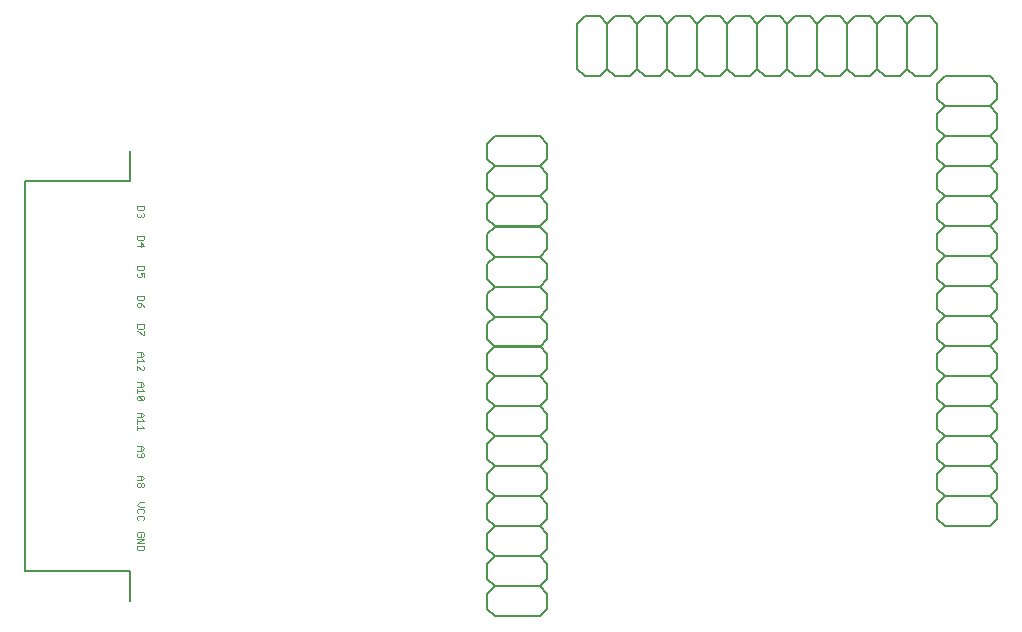
<source format=gbr>
G04 EAGLE Gerber RS-274X export*
G75*
%MOMM*%
%FSLAX34Y34*%
%LPD*%
%INSilkscreen Top*%
%IPPOS*%
%AMOC8*
5,1,8,0,0,1.08239X$1,22.5*%
G01*
%ADD10C,0.050800*%
%ADD11C,0.127000*%
%ADD12C,0.152400*%


D10*
X102197Y105303D02*
X103129Y106235D01*
X103129Y108100D01*
X102197Y109032D01*
X98468Y109032D01*
X97536Y108100D01*
X97536Y106235D01*
X98468Y105303D01*
X100332Y105303D01*
X100332Y107167D01*
X97536Y103419D02*
X103129Y103419D01*
X97536Y99690D01*
X103129Y99690D01*
X103129Y97805D02*
X97536Y97805D01*
X97536Y95009D01*
X98468Y94077D01*
X102197Y94077D01*
X103129Y95009D01*
X103129Y97805D01*
X103129Y134279D02*
X99400Y134279D01*
X97536Y132414D01*
X99400Y130550D01*
X103129Y130550D01*
X103129Y125869D02*
X102197Y124937D01*
X103129Y125869D02*
X103129Y127734D01*
X102197Y128666D01*
X98468Y128666D01*
X97536Y127734D01*
X97536Y125869D01*
X98468Y124937D01*
X103129Y120256D02*
X102197Y119324D01*
X103129Y120256D02*
X103129Y122120D01*
X102197Y123053D01*
X98468Y123053D01*
X97536Y122120D01*
X97536Y120256D01*
X98468Y119324D01*
X97536Y156755D02*
X101265Y156755D01*
X103129Y154891D01*
X101265Y153027D01*
X97536Y153027D01*
X100332Y153027D02*
X100332Y156755D01*
X102197Y151142D02*
X103129Y150210D01*
X103129Y148346D01*
X102197Y147414D01*
X101265Y147414D01*
X100332Y148346D01*
X99400Y147414D01*
X98468Y147414D01*
X97536Y148346D01*
X97536Y150210D01*
X98468Y151142D01*
X99400Y151142D01*
X100332Y150210D01*
X101265Y151142D01*
X102197Y151142D01*
X100332Y150210D02*
X100332Y148346D01*
X101265Y181870D02*
X97536Y181870D01*
X101265Y181870D02*
X103129Y180006D01*
X101265Y178142D01*
X97536Y178142D01*
X100332Y178142D02*
X100332Y181870D01*
X98468Y176257D02*
X97536Y175325D01*
X97536Y173461D01*
X98468Y172529D01*
X102197Y172529D01*
X103129Y173461D01*
X103129Y175325D01*
X102197Y176257D01*
X101265Y176257D01*
X100332Y175325D01*
X100332Y172529D01*
X101265Y210370D02*
X97536Y210370D01*
X101265Y210370D02*
X103129Y208506D01*
X101265Y206642D01*
X97536Y206642D01*
X100332Y206642D02*
X100332Y210370D01*
X101265Y204757D02*
X103129Y202893D01*
X97536Y202893D01*
X97536Y204757D02*
X97536Y201028D01*
X101265Y199144D02*
X103129Y197280D01*
X97536Y197280D01*
X97536Y199144D02*
X97536Y195415D01*
X97536Y235953D02*
X101265Y235953D01*
X103129Y234088D01*
X101265Y232224D01*
X97536Y232224D01*
X100332Y232224D02*
X100332Y235953D01*
X101265Y230339D02*
X103129Y228475D01*
X97536Y228475D01*
X97536Y230339D02*
X97536Y226611D01*
X98468Y224726D02*
X102197Y224726D01*
X103129Y223794D01*
X103129Y221930D01*
X102197Y220998D01*
X98468Y220998D01*
X97536Y221930D01*
X97536Y223794D01*
X98468Y224726D01*
X102197Y220998D01*
X101265Y261353D02*
X97536Y261353D01*
X101265Y261353D02*
X103129Y259488D01*
X101265Y257624D01*
X97536Y257624D01*
X100332Y257624D02*
X100332Y261353D01*
X101265Y255739D02*
X103129Y253875D01*
X97536Y253875D01*
X97536Y255739D02*
X97536Y252011D01*
X97536Y250126D02*
X97536Y246398D01*
X97536Y250126D02*
X101265Y246398D01*
X102197Y246398D01*
X103129Y247330D01*
X103129Y249194D01*
X102197Y250126D01*
X103129Y285162D02*
X97536Y285162D01*
X97536Y282366D01*
X98468Y281434D01*
X102197Y281434D01*
X103129Y282366D01*
X103129Y285162D01*
X103129Y279549D02*
X103129Y275821D01*
X102197Y275821D01*
X98468Y279549D01*
X97536Y279549D01*
X97536Y309163D02*
X103129Y309163D01*
X97536Y309163D02*
X97536Y306367D01*
X98468Y305435D01*
X102197Y305435D01*
X103129Y306367D01*
X103129Y309163D01*
X102197Y301686D02*
X103129Y299822D01*
X102197Y301686D02*
X100332Y303550D01*
X98468Y303550D01*
X97536Y302618D01*
X97536Y300754D01*
X98468Y299822D01*
X99400Y299822D01*
X100332Y300754D01*
X100332Y303550D01*
X103129Y334563D02*
X97536Y334563D01*
X97536Y331767D01*
X98468Y330835D01*
X102197Y330835D01*
X103129Y331767D01*
X103129Y334563D01*
X103129Y328950D02*
X103129Y325222D01*
X103129Y328950D02*
X100332Y328950D01*
X101265Y327086D01*
X101265Y326154D01*
X100332Y325222D01*
X98468Y325222D01*
X97536Y326154D01*
X97536Y328018D01*
X98468Y328950D01*
X97536Y360146D02*
X103129Y360146D01*
X97536Y360146D02*
X97536Y357350D01*
X98468Y356417D01*
X102197Y356417D01*
X103129Y357350D01*
X103129Y360146D01*
X103129Y351737D02*
X97536Y351737D01*
X100332Y354533D02*
X103129Y351737D01*
X100332Y350804D02*
X100332Y354533D01*
X103129Y385363D02*
X97536Y385363D01*
X97536Y382567D01*
X98468Y381635D01*
X102197Y381635D01*
X103129Y382567D01*
X103129Y385363D01*
X102197Y379750D02*
X103129Y378818D01*
X103129Y376954D01*
X102197Y376022D01*
X101265Y376022D01*
X100332Y376954D01*
X100332Y377886D01*
X100332Y376954D02*
X99400Y376022D01*
X98468Y376022D01*
X97536Y376954D01*
X97536Y378818D01*
X98468Y379750D01*
D11*
X2540Y406400D02*
X2540Y76200D01*
X2540Y406400D02*
X91440Y406400D01*
X91440Y76200D02*
X2540Y76200D01*
X91440Y76200D02*
X91440Y50800D01*
X91440Y406400D02*
X91440Y431800D01*
D12*
X819150Y114300D02*
X825500Y120650D01*
X825500Y133350D02*
X819150Y139700D01*
X825500Y146050D01*
X825500Y158750D02*
X819150Y165100D01*
X825500Y171450D01*
X825500Y184150D02*
X819150Y190500D01*
X825500Y196850D01*
X825500Y209550D02*
X819150Y215900D01*
X825500Y222250D01*
X825500Y234950D02*
X819150Y241300D01*
X825500Y247650D01*
X825500Y260350D02*
X819150Y266700D01*
X819150Y114300D02*
X781050Y114300D01*
X774700Y120650D01*
X774700Y133350D01*
X781050Y139700D01*
X774700Y146050D01*
X774700Y158750D01*
X781050Y165100D01*
X774700Y171450D01*
X774700Y184150D01*
X781050Y190500D01*
X774700Y196850D01*
X774700Y209550D01*
X781050Y215900D01*
X774700Y222250D01*
X774700Y234950D01*
X781050Y241300D01*
X774700Y247650D01*
X774700Y260350D01*
X781050Y266700D01*
X774700Y273050D01*
X774700Y285750D01*
X781050Y292100D01*
X819150Y292100D02*
X825500Y285750D01*
X825500Y273050D02*
X819150Y266700D01*
X819150Y139700D02*
X781050Y139700D01*
X781050Y165100D02*
X819150Y165100D01*
X819150Y190500D02*
X781050Y190500D01*
X781050Y215900D02*
X819150Y215900D01*
X819150Y241300D02*
X781050Y241300D01*
X781050Y266700D02*
X819150Y266700D01*
X819150Y292100D02*
X781050Y292100D01*
X825500Y285750D02*
X825500Y273050D01*
X825500Y260350D02*
X825500Y247650D01*
X825500Y234950D02*
X825500Y222250D01*
X825500Y209550D02*
X825500Y196850D01*
X825500Y184150D02*
X825500Y171450D01*
X825500Y158750D02*
X825500Y146050D01*
X825500Y133350D02*
X825500Y120650D01*
X781050Y292100D02*
X774700Y298450D01*
X774700Y311150D01*
X781050Y317500D01*
X819150Y317500D02*
X825500Y311150D01*
X825500Y298450D02*
X819150Y292100D01*
X819150Y317500D02*
X781050Y317500D01*
X825500Y311150D02*
X825500Y298450D01*
X698500Y539750D02*
X692150Y546100D01*
X679450Y546100D02*
X673100Y539750D01*
X666750Y546100D01*
X654050Y546100D02*
X647700Y539750D01*
X641350Y546100D01*
X628650Y546100D02*
X622300Y539750D01*
X615950Y546100D01*
X603250Y546100D02*
X596900Y539750D01*
X590550Y546100D01*
X577850Y546100D02*
X571500Y539750D01*
X565150Y546100D01*
X552450Y546100D02*
X546100Y539750D01*
X698500Y539750D02*
X698500Y501650D01*
X692150Y495300D01*
X679450Y495300D01*
X673100Y501650D01*
X666750Y495300D01*
X654050Y495300D01*
X647700Y501650D01*
X641350Y495300D01*
X628650Y495300D01*
X622300Y501650D01*
X615950Y495300D01*
X603250Y495300D01*
X596900Y501650D01*
X590550Y495300D01*
X577850Y495300D01*
X571500Y501650D01*
X565150Y495300D01*
X552450Y495300D01*
X546100Y501650D01*
X539750Y495300D01*
X527050Y495300D01*
X520700Y501650D01*
X514350Y495300D01*
X501650Y495300D01*
X495300Y501650D01*
X495300Y539750D02*
X501650Y546100D01*
X514350Y546100D02*
X520700Y539750D01*
X527050Y546100D01*
X539750Y546100D02*
X546100Y539750D01*
X673100Y539750D02*
X673100Y501650D01*
X647700Y501650D02*
X647700Y539750D01*
X622300Y539750D02*
X622300Y501650D01*
X596900Y501650D02*
X596900Y539750D01*
X571500Y539750D02*
X571500Y501650D01*
X546100Y501650D02*
X546100Y539750D01*
X520700Y539750D02*
X520700Y501650D01*
X495300Y501650D02*
X495300Y539750D01*
X501650Y546100D02*
X514350Y546100D01*
X527050Y546100D02*
X539750Y546100D01*
X552450Y546100D02*
X565150Y546100D01*
X577850Y546100D02*
X590550Y546100D01*
X603250Y546100D02*
X615950Y546100D01*
X628650Y546100D02*
X641350Y546100D01*
X654050Y546100D02*
X666750Y546100D01*
X679450Y546100D02*
X692150Y546100D01*
X495300Y501650D02*
X488950Y495300D01*
X476250Y495300D01*
X469900Y501650D01*
X469900Y539750D02*
X476250Y546100D01*
X488950Y546100D02*
X495300Y539750D01*
X469900Y539750D02*
X469900Y501650D01*
X476250Y546100D02*
X488950Y546100D01*
X400050Y266700D02*
X393700Y260350D01*
X393700Y247650D02*
X400050Y241300D01*
X393700Y234950D01*
X393700Y222250D02*
X400050Y215900D01*
X393700Y209550D01*
X393700Y196850D02*
X400050Y190500D01*
X400050Y266700D02*
X438150Y266700D01*
X444500Y260350D01*
X444500Y247650D01*
X438150Y241300D01*
X444500Y234950D01*
X444500Y222250D01*
X438150Y215900D01*
X444500Y209550D01*
X444500Y196850D01*
X438150Y190500D01*
X438150Y241300D02*
X400050Y241300D01*
X400050Y215900D02*
X438150Y215900D01*
X438150Y190500D02*
X400050Y190500D01*
X393700Y196850D02*
X393700Y209550D01*
X393700Y222250D02*
X393700Y234950D01*
X393700Y247650D02*
X393700Y260350D01*
X400050Y190500D02*
X393700Y184150D01*
X393700Y171450D02*
X400050Y165100D01*
X438150Y190500D02*
X444500Y184150D01*
X444500Y171450D01*
X438150Y165100D01*
X400050Y165100D01*
X393700Y171450D02*
X393700Y184150D01*
X393700Y438150D02*
X400050Y444500D01*
X393700Y425450D02*
X400050Y419100D01*
X393700Y412750D01*
X393700Y400050D02*
X400050Y393700D01*
X400050Y444500D02*
X438150Y444500D01*
X444500Y438150D01*
X444500Y425450D01*
X438150Y419100D01*
X444500Y412750D01*
X444500Y400050D01*
X438150Y393700D01*
X438150Y419100D02*
X400050Y419100D01*
X400050Y393700D02*
X438150Y393700D01*
X393700Y400050D02*
X393700Y412750D01*
X393700Y425450D02*
X393700Y438150D01*
X400050Y393700D02*
X393700Y387350D01*
X393700Y374650D02*
X400050Y368300D01*
X438150Y393700D02*
X444500Y387350D01*
X444500Y374650D01*
X438150Y368300D01*
X400050Y368300D01*
X393700Y374650D02*
X393700Y387350D01*
X400050Y88900D02*
X393700Y82550D01*
X393700Y69850D02*
X400050Y63500D01*
X393700Y57150D01*
X393700Y44450D02*
X400050Y38100D01*
X400050Y88900D02*
X438150Y88900D01*
X444500Y82550D01*
X444500Y69850D01*
X438150Y63500D01*
X444500Y57150D01*
X444500Y44450D01*
X438150Y38100D01*
X438150Y63500D02*
X400050Y63500D01*
X400050Y38100D02*
X438150Y38100D01*
X393700Y44450D02*
X393700Y57150D01*
X393700Y69850D02*
X393700Y82550D01*
X393700Y158750D02*
X400050Y165100D01*
X393700Y146050D02*
X400050Y139700D01*
X393700Y133350D01*
X393700Y120650D02*
X400050Y114300D01*
X400050Y165100D02*
X438150Y165100D01*
X444500Y158750D01*
X444500Y146050D01*
X438150Y139700D01*
X444500Y133350D01*
X444500Y120650D01*
X438150Y114300D01*
X438150Y139700D02*
X400050Y139700D01*
X400050Y114300D02*
X438150Y114300D01*
X393700Y120650D02*
X393700Y133350D01*
X393700Y146050D02*
X393700Y158750D01*
X400050Y114300D02*
X393700Y107950D01*
X393700Y95250D02*
X400050Y88900D01*
X438150Y114300D02*
X444500Y107950D01*
X444500Y95250D01*
X438150Y88900D01*
X400050Y88900D01*
X393700Y95250D02*
X393700Y107950D01*
X393700Y361442D02*
X400050Y367792D01*
X393700Y348742D02*
X400050Y342392D01*
X393700Y336042D01*
X393700Y323342D02*
X400050Y316992D01*
X393700Y310642D01*
X393700Y297942D02*
X400050Y291592D01*
X400050Y367792D02*
X438150Y367792D01*
X444500Y361442D01*
X444500Y348742D01*
X438150Y342392D01*
X444500Y336042D01*
X444500Y323342D01*
X438150Y316992D01*
X444500Y310642D01*
X444500Y297942D01*
X438150Y291592D01*
X438150Y342392D02*
X400050Y342392D01*
X400050Y316992D02*
X438150Y316992D01*
X438150Y291592D02*
X400050Y291592D01*
X393700Y297942D02*
X393700Y310642D01*
X393700Y323342D02*
X393700Y336042D01*
X393700Y348742D02*
X393700Y361442D01*
X400050Y291592D02*
X393700Y285242D01*
X393700Y272542D02*
X400050Y266192D01*
X438150Y291592D02*
X444500Y285242D01*
X444500Y272542D01*
X438150Y266192D01*
X400050Y266192D01*
X393700Y272542D02*
X393700Y285242D01*
X698500Y501650D02*
X704850Y495300D01*
X717550Y495300D02*
X723900Y501650D01*
X730250Y495300D01*
X742950Y495300D02*
X749300Y501650D01*
X698500Y501650D02*
X698500Y539750D01*
X704850Y546100D01*
X717550Y546100D01*
X723900Y539750D01*
X730250Y546100D01*
X742950Y546100D01*
X749300Y539750D01*
X723900Y539750D02*
X723900Y501650D01*
X749300Y501650D02*
X749300Y539750D01*
X742950Y495300D02*
X730250Y495300D01*
X717550Y495300D02*
X704850Y495300D01*
X749300Y501650D02*
X755650Y495300D01*
X768350Y495300D02*
X774700Y501650D01*
X749300Y539750D02*
X755650Y546100D01*
X768350Y546100D01*
X774700Y539750D01*
X774700Y501650D01*
X768350Y495300D02*
X755650Y495300D01*
X774700Y488950D02*
X781050Y495300D01*
X774700Y476250D02*
X781050Y469900D01*
X774700Y463550D01*
X774700Y450850D02*
X781050Y444500D01*
X774700Y438150D01*
X774700Y425450D02*
X781050Y419100D01*
X774700Y412750D01*
X774700Y400050D02*
X781050Y393700D01*
X774700Y387350D01*
X774700Y374650D02*
X781050Y368300D01*
X774700Y361950D01*
X774700Y349250D02*
X781050Y342900D01*
X781050Y495300D02*
X819150Y495300D01*
X825500Y488950D01*
X825500Y476250D01*
X819150Y469900D01*
X825500Y463550D01*
X825500Y450850D01*
X819150Y444500D01*
X825500Y438150D01*
X825500Y425450D01*
X819150Y419100D01*
X825500Y412750D01*
X825500Y400050D01*
X819150Y393700D01*
X825500Y387350D01*
X825500Y374650D01*
X819150Y368300D01*
X825500Y361950D01*
X825500Y349250D01*
X819150Y342900D01*
X819150Y469900D02*
X781050Y469900D01*
X781050Y444500D02*
X819150Y444500D01*
X819150Y419100D02*
X781050Y419100D01*
X781050Y393700D02*
X819150Y393700D01*
X819150Y368300D02*
X781050Y368300D01*
X781050Y342900D02*
X819150Y342900D01*
X774700Y349250D02*
X774700Y361950D01*
X774700Y374650D02*
X774700Y387350D01*
X774700Y400050D02*
X774700Y412750D01*
X774700Y425450D02*
X774700Y438150D01*
X774700Y450850D02*
X774700Y463550D01*
X774700Y476250D02*
X774700Y488950D01*
X781050Y342900D02*
X774700Y336550D01*
X774700Y323850D02*
X781050Y317500D01*
X819150Y342900D02*
X825500Y336550D01*
X825500Y323850D01*
X819150Y317500D01*
X781050Y317500D01*
X774700Y323850D02*
X774700Y336550D01*
M02*

</source>
